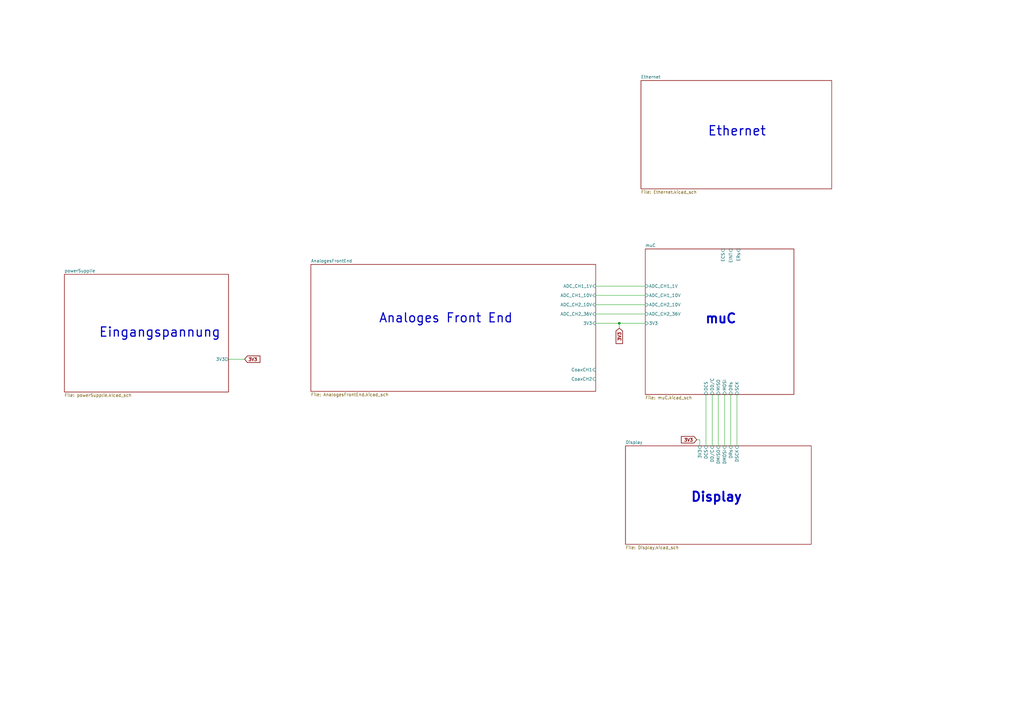
<source format=kicad_sch>
(kicad_sch
	(version 20250114)
	(generator "eeschema")
	(generator_version "9.0")
	(uuid "1ef80f41-06dd-4c8e-92a0-a0266e9ecde0")
	(paper "A3")
	(lib_symbols)
	(text "Eingangspannung\n"
		(exclude_from_sim no)
		(at 65.532 136.398 0)
		(effects
			(font
				(size 3.8 3.8)
				(thickness 0.475)
			)
		)
		(uuid "1de057ed-8444-45db-865d-6213cf84a246")
	)
	(text "muC"
		(exclude_from_sim no)
		(at 295.656 130.81 0)
		(effects
			(font
				(size 3.81 3.81)
				(thickness 0.762)
				(bold yes)
			)
		)
		(uuid "2f6c89cd-0a0e-49b3-86bb-de0e02f24966")
	)
	(text "Analoges Front End\n"
		(exclude_from_sim no)
		(at 182.88 130.556 0)
		(effects
			(font
				(size 3.7 3.7)
				(thickness 0.4625)
			)
		)
		(uuid "73858937-3bff-4c06-a0fb-58729bbd34e8")
	)
	(text "Display"
		(exclude_from_sim no)
		(at 293.878 203.962 0)
		(effects
			(font
				(size 3.81 3.81)
				(thickness 0.762)
				(bold yes)
			)
		)
		(uuid "8e4a5df5-6702-4455-9fc5-e0e56f846eb6")
	)
	(text "Ethernet"
		(exclude_from_sim no)
		(at 302.26 53.848 0)
		(effects
			(font
				(size 3.81 3.81)
				(thickness 0.4763)
			)
		)
		(uuid "b9bbb448-0d3b-4cde-9c88-47b8e3e3c96e")
	)
	(junction
		(at 254 132.588)
		(diameter 0)
		(color 0 0 0 0)
		(uuid "5f51c322-829a-413e-b73f-14b2a84b83ac")
	)
	(wire
		(pts
			(xy 254 132.588) (xy 254 134.62)
		)
		(stroke
			(width 0)
			(type default)
		)
		(uuid "1685ba18-c626-46fe-8c36-48a9f1614439")
	)
	(wire
		(pts
			(xy 285.75 180.34) (xy 287.02 180.34)
		)
		(stroke
			(width 0)
			(type default)
		)
		(uuid "280946a5-f254-4875-a01a-3ecfc415263c")
	)
	(wire
		(pts
			(xy 302.26 161.798) (xy 302.26 182.88)
		)
		(stroke
			(width 0)
			(type default)
		)
		(uuid "33ce35e3-94f4-4be6-b352-8e5ffec6f1ab")
	)
	(wire
		(pts
			(xy 254 132.588) (xy 264.668 132.588)
		)
		(stroke
			(width 0)
			(type default)
		)
		(uuid "44b942b6-68a6-41a7-99c5-695b24c1790a")
	)
	(wire
		(pts
			(xy 289.56 161.798) (xy 289.56 182.88)
		)
		(stroke
			(width 0)
			(type default)
		)
		(uuid "6ab53302-8afb-4d5b-b262-7a487b923494")
	)
	(wire
		(pts
			(xy 287.02 182.88) (xy 287.02 180.34)
		)
		(stroke
			(width 0)
			(type default)
		)
		(uuid "80d370df-2dd2-48ce-b815-10987c46cd66")
	)
	(wire
		(pts
			(xy 292.1 161.798) (xy 292.1 182.88)
		)
		(stroke
			(width 0)
			(type default)
		)
		(uuid "88a1d814-8bc0-4966-a396-5f347f109c8f")
	)
	(wire
		(pts
			(xy 294.64 161.798) (xy 294.64 182.88)
		)
		(stroke
			(width 0)
			(type default)
		)
		(uuid "8c98c3c7-d2f9-4c92-beb3-af8669fcc375")
	)
	(wire
		(pts
			(xy 244.348 128.778) (xy 264.668 128.778)
		)
		(stroke
			(width 0)
			(type default)
		)
		(uuid "9ed3bb33-072f-414b-b3fc-200960209999")
	)
	(wire
		(pts
			(xy 244.348 117.348) (xy 264.668 117.348)
		)
		(stroke
			(width 0)
			(type default)
		)
		(uuid "a59ea141-181e-469b-96df-25bca547b46f")
	)
	(wire
		(pts
			(xy 297.18 161.798) (xy 297.18 182.88)
		)
		(stroke
			(width 0)
			(type default)
		)
		(uuid "cd7b6ed7-bc9b-4fed-b244-2ab99a1ded5c")
	)
	(wire
		(pts
			(xy 244.348 121.158) (xy 264.668 121.158)
		)
		(stroke
			(width 0)
			(type default)
		)
		(uuid "d1ea842b-13c0-470a-8b44-94a790b1a8ba")
	)
	(wire
		(pts
			(xy 244.348 124.968) (xy 264.668 124.968)
		)
		(stroke
			(width 0)
			(type default)
		)
		(uuid "d8dc245f-c2c6-4cd7-9d62-c6832ce4f4ca")
	)
	(wire
		(pts
			(xy 93.726 147.32) (xy 100.33 147.32)
		)
		(stroke
			(width 0)
			(type default)
		)
		(uuid "dc8a7a0c-55a3-4b42-a6ea-2c89f592f96e")
	)
	(wire
		(pts
			(xy 244.348 132.588) (xy 254 132.588)
		)
		(stroke
			(width 0)
			(type default)
		)
		(uuid "e59baee3-db0b-463f-9cb3-51047cf06c9b")
	)
	(wire
		(pts
			(xy 299.72 161.798) (xy 299.72 182.88)
		)
		(stroke
			(width 0)
			(type default)
		)
		(uuid "e7c209b8-324b-4fc3-bc31-cc4f36db16c0")
	)
	(global_label "3V3"
		(shape input)
		(at 285.75 180.34 180)
		(fields_autoplaced yes)
		(effects
			(font
				(size 1.27 1.27)
				(thickness 0.254)
				(bold yes)
			)
			(justify right)
		)
		(uuid "1d3dc77f-3993-4329-87b0-5c2d6d86075a")
		(property "Intersheetrefs" "${INTERSHEET_REFS}"
			(at 278.7812 180.34 0)
			(effects
				(font
					(size 1.27 1.27)
				)
				(justify right)
				(hide yes)
			)
		)
	)
	(global_label "3V3"
		(shape input)
		(at 254 134.62 270)
		(fields_autoplaced yes)
		(effects
			(font
				(size 1.27 1.27)
				(thickness 0.254)
				(bold yes)
			)
			(justify right)
		)
		(uuid "f4aa55b7-55d1-4dc4-b9a6-48cd9cf81dc2")
		(property "Intersheetrefs" "${INTERSHEET_REFS}"
			(at 254 141.5888 90)
			(effects
				(font
					(size 1.27 1.27)
				)
				(justify right)
				(hide yes)
			)
		)
	)
	(global_label "3V3"
		(shape input)
		(at 100.33 147.32 0)
		(fields_autoplaced yes)
		(effects
			(font
				(size 1.27 1.27)
				(thickness 0.254)
				(bold yes)
			)
			(justify left)
		)
		(uuid "fe621392-be65-4b7a-9361-5e1fe928b599")
		(property "Intersheetrefs" "${INTERSHEET_REFS}"
			(at 107.2988 147.32 0)
			(effects
				(font
					(size 1.27 1.27)
				)
				(justify left)
				(hide yes)
			)
		)
	)
	(sheet
		(at 256.54 182.88)
		(size 76.2 40.386)
		(exclude_from_sim no)
		(in_bom yes)
		(on_board yes)
		(dnp no)
		(fields_autoplaced yes)
		(stroke
			(width 0.1524)
			(type solid)
		)
		(fill
			(color 0 0 0 0.0000)
		)
		(uuid "02cae442-86c4-47e9-afc5-30f3b9437140")
		(property "Sheetname" "Display"
			(at 256.54 182.1684 0)
			(effects
				(font
					(size 1.27 1.27)
				)
				(justify left bottom)
			)
		)
		(property "Sheetfile" "Display.kicad_sch"
			(at 256.54 223.8506 0)
			(effects
				(font
					(size 1.27 1.27)
				)
				(justify left top)
			)
		)
		(pin "3V3" input
			(at 287.02 182.88 90)
			(uuid "d5a6af54-b42a-4f7d-99a4-9cf8bca0259e")
			(effects
				(font
					(size 1.27 1.27)
				)
				(justify right)
			)
		)
		(pin "DCS" input
			(at 289.56 182.88 90)
			(uuid "a6f5c7a1-a573-4098-a4f4-46b6e8e30a9b")
			(effects
				(font
					(size 1.27 1.27)
				)
				(justify right)
			)
		)
		(pin "DD{slash}C" input
			(at 292.1 182.88 90)
			(uuid "2cef51aa-7203-4dcc-9819-6305a068b5cc")
			(effects
				(font
					(size 1.27 1.27)
				)
				(justify right)
			)
		)
		(pin "DMISO" input
			(at 294.64 182.88 90)
			(uuid "d3d0299c-6e7e-4e00-8cfe-d4f5a003b3db")
			(effects
				(font
					(size 1.27 1.27)
				)
				(justify right)
			)
		)
		(pin "DMOSI" input
			(at 297.18 182.88 90)
			(uuid "ab094c71-1bf6-4243-9036-8a458b8d3411")
			(effects
				(font
					(size 1.27 1.27)
				)
				(justify right)
			)
		)
		(pin "DRs" input
			(at 299.72 182.88 90)
			(uuid "23c54b93-5e33-475a-98bf-4dae4c47c4f2")
			(effects
				(font
					(size 1.27 1.27)
				)
				(justify right)
			)
		)
		(pin "DSCK" input
			(at 302.26 182.88 90)
			(uuid "3a2267ea-d8d8-4d83-984e-c62800cd4c50")
			(effects
				(font
					(size 1.27 1.27)
				)
				(justify right)
			)
		)
		(instances
			(project "OsziFrontEnd"
				(path "/1ef80f41-06dd-4c8e-92a0-a0266e9ecde0"
					(page "5")
				)
			)
		)
	)
	(sheet
		(at 127.508 108.458)
		(size 116.84 52.07)
		(exclude_from_sim no)
		(in_bom yes)
		(on_board yes)
		(dnp no)
		(fields_autoplaced yes)
		(stroke
			(width 0.1524)
			(type solid)
		)
		(fill
			(color 0 0 0 0.0000)
		)
		(uuid "10196dc1-21da-4c9c-8568-82a641db10ac")
		(property "Sheetname" "AnalogesFrontEnd"
			(at 127.508 107.7464 0)
			(effects
				(font
					(size 1.27 1.27)
				)
				(justify left bottom)
			)
		)
		(property "Sheetfile" "AnalogesFrontEnd.kicad_sch"
			(at 127.508 161.1126 0)
			(effects
				(font
					(size 1.27 1.27)
				)
				(justify left top)
			)
		)
		(pin "3V3" input
			(at 244.348 132.588 0)
			(uuid "ce7d6695-01d4-4cd3-bbca-595977600f6b")
			(effects
				(font
					(size 1.27 1.27)
				)
				(justify right)
			)
		)
		(pin "ADC_CH1_1V" input
			(at 244.348 117.348 0)
			(uuid "44cfb51f-9c2b-4098-806d-c01b825337fd")
			(effects
				(font
					(size 1.27 1.27)
				)
				(justify right)
			)
		)
		(pin "ADC_CH1_10V" input
			(at 244.348 121.158 0)
			(uuid "2e38d8f4-53f1-44ae-ada8-e8c6098aaab8")
			(effects
				(font
					(size 1.27 1.27)
				)
				(justify right)
			)
		)
		(pin "ADC_CH2_10V" input
			(at 244.348 124.968 0)
			(uuid "4bc57e24-125f-4296-b2cd-5333df12b472")
			(effects
				(font
					(size 1.27 1.27)
				)
				(justify right)
			)
		)
		(pin "ADC_CH2_36V" input
			(at 244.348 128.778 0)
			(uuid "f5f42d8e-2f44-4c9a-bb8e-32fc38233af2")
			(effects
				(font
					(size 1.27 1.27)
				)
				(justify right)
			)
		)
		(pin "CoaxCH1" input
			(at 244.348 151.638 0)
			(uuid "042cb0f4-8fc8-464f-9433-38676aa2b80e")
			(effects
				(font
					(size 1.27 1.27)
				)
				(justify right)
			)
		)
		(pin "CoaxCH2" input
			(at 244.348 155.448 0)
			(uuid "4406409e-a2d4-4c54-a3e9-ff2945b4139e")
			(effects
				(font
					(size 1.27 1.27)
				)
				(justify right)
			)
		)
		(instances
			(project "OsziFrontEnd"
				(path "/1ef80f41-06dd-4c8e-92a0-a0266e9ecde0"
					(page "2")
				)
			)
		)
	)
	(sheet
		(at 26.416 112.522)
		(size 67.31 48.26)
		(exclude_from_sim no)
		(in_bom yes)
		(on_board yes)
		(dnp no)
		(fields_autoplaced yes)
		(stroke
			(width 0.1524)
			(type solid)
		)
		(fill
			(color 0 0 0 0.0000)
		)
		(uuid "ad939f37-9bc3-46b0-a538-61d11b35f94c")
		(property "Sheetname" "powerSupplie"
			(at 26.416 111.8104 0)
			(effects
				(font
					(size 1.27 1.27)
				)
				(justify left bottom)
			)
		)
		(property "Sheetfile" "powerSupplie.kicad_sch"
			(at 26.416 161.3666 0)
			(effects
				(font
					(size 1.27 1.27)
				)
				(justify left top)
			)
		)
		(pin "3V3" output
			(at 93.726 147.32 0)
			(uuid "414fa41a-8b69-4ce4-8cc6-55fdbdbe3cd9")
			(effects
				(font
					(size 1.27 1.27)
				)
				(justify right)
			)
		)
		(instances
			(project "OsziFrontEnd"
				(path "/1ef80f41-06dd-4c8e-92a0-a0266e9ecde0"
					(page "4")
				)
			)
		)
	)
	(sheet
		(at 262.89 33.02)
		(size 78.232 44.45)
		(exclude_from_sim no)
		(in_bom yes)
		(on_board yes)
		(dnp no)
		(fields_autoplaced yes)
		(stroke
			(width 0.1524)
			(type solid)
		)
		(fill
			(color 0 0 0 0.0000)
		)
		(uuid "d44bfb04-4365-45f7-a8f2-c84730ee6b8e")
		(property "Sheetname" "Ethernet"
			(at 262.89 32.3084 0)
			(effects
				(font
					(size 1.27 1.27)
				)
				(justify left bottom)
			)
		)
		(property "Sheetfile" "Ethernet.kicad_sch"
			(at 262.89 78.0546 0)
			(effects
				(font
					(size 1.27 1.27)
				)
				(justify left top)
			)
		)
		(instances
			(project "OsziFrontEnd"
				(path "/1ef80f41-06dd-4c8e-92a0-a0266e9ecde0"
					(page "6")
				)
			)
		)
	)
	(sheet
		(at 264.668 102.108)
		(size 60.96 59.69)
		(exclude_from_sim no)
		(in_bom yes)
		(on_board yes)
		(dnp no)
		(fields_autoplaced yes)
		(stroke
			(width 0.1524)
			(type solid)
		)
		(fill
			(color 0 0 0 0.0000)
		)
		(uuid "fad6845e-a1ac-483b-9b0a-3993df256835")
		(property "Sheetname" "muC"
			(at 264.668 101.3964 0)
			(effects
				(font
					(size 1.27 1.27)
				)
				(justify left bottom)
			)
		)
		(property "Sheetfile" "muC.kicad_sch"
			(at 264.668 162.3826 0)
			(effects
				(font
					(size 1.27 1.27)
				)
				(justify left top)
			)
		)
		(pin "3V3" input
			(at 264.668 132.588 180)
			(uuid "258f513d-1ea7-44df-a6d4-27fbca3ad873")
			(effects
				(font
					(size 1.27 1.27)
				)
				(justify left)
			)
		)
		(pin "ADC_CH1_1V" input
			(at 264.668 117.348 180)
			(uuid "16530d36-8b3e-4884-85ad-0516c1e99d81")
			(effects
				(font
					(size 1.27 1.27)
				)
				(justify left)
			)
		)
		(pin "ADC_CH2_10V" input
			(at 264.668 124.968 180)
			(uuid "b5dfd024-70de-4a0d-9b54-d5808a677265")
			(effects
				(font
					(size 1.27 1.27)
				)
				(justify left)
			)
		)
		(pin "ADC_CH2_36V" input
			(at 264.668 128.778 180)
			(uuid "4c54898b-8d2e-463c-8212-b887873069ca")
			(effects
				(font
					(size 1.27 1.27)
				)
				(justify left)
			)
		)
		(pin "ADC_CH1_10V" input
			(at 264.668 121.158 180)
			(uuid "2bf54d4a-6ea6-474f-a2d8-d47def44096e")
			(effects
				(font
					(size 1.27 1.27)
				)
				(justify left)
			)
		)
		(pin "DCS" input
			(at 289.56 161.798 270)
			(uuid "00e3dfc2-d05e-4333-b6f1-e4dc8cc26426")
			(effects
				(font
					(size 1.27 1.27)
				)
				(justify left)
			)
		)
		(pin "DD{slash}C" input
			(at 292.1 161.798 270)
			(uuid "fd8018e1-1a59-42ef-87ed-91f2efb561e1")
			(effects
				(font
					(size 1.27 1.27)
				)
				(justify left)
			)
		)
		(pin "DRs" input
			(at 299.72 161.798 270)
			(uuid "7c39b9fb-a0a5-43c6-8d68-3231b87118db")
			(effects
				(font
					(size 1.27 1.27)
				)
				(justify left)
			)
		)
		(pin "ECS" input
			(at 296.545 102.108 90)
			(uuid "578e6e8e-9087-40c4-86d8-728f12328646")
			(effects
				(font
					(size 1.27 1.27)
				)
				(justify right)
			)
		)
		(pin "EINT" input
			(at 299.72 102.108 90)
			(uuid "4039343f-f3a7-4812-b001-d6c4408917eb")
			(effects
				(font
					(size 1.27 1.27)
				)
				(justify right)
			)
		)
		(pin "ERs" input
			(at 302.895 102.108 90)
			(uuid "1713260a-5215-4954-817a-533e677b594f")
			(effects
				(font
					(size 1.27 1.27)
				)
				(justify right)
			)
		)
		(pin "MISO" input
			(at 294.64 161.798 270)
			(uuid "d7c8dbbc-5878-418e-88b3-3ed4ae8b95d2")
			(effects
				(font
					(size 1.27 1.27)
				)
				(justify left)
			)
		)
		(pin "MOSI" input
			(at 297.18 161.798 270)
			(uuid "602ef3ae-85ce-4bb5-a310-bde51d35c9ae")
			(effects
				(font
					(size 1.27 1.27)
				)
				(justify left)
			)
		)
		(pin "SCK" input
			(at 302.26 161.798 270)
			(uuid "e406ea40-e858-482f-a9f5-3002b2f7a623")
			(effects
				(font
					(size 1.27 1.27)
				)
				(justify left)
			)
		)
		(instances
			(project "OsziFrontEnd"
				(path "/1ef80f41-06dd-4c8e-92a0-a0266e9ecde0"
					(page "3")
				)
			)
		)
	)
	(sheet_instances
		(path "/"
			(page "1")
		)
	)
	(embedded_fonts no)
)

</source>
